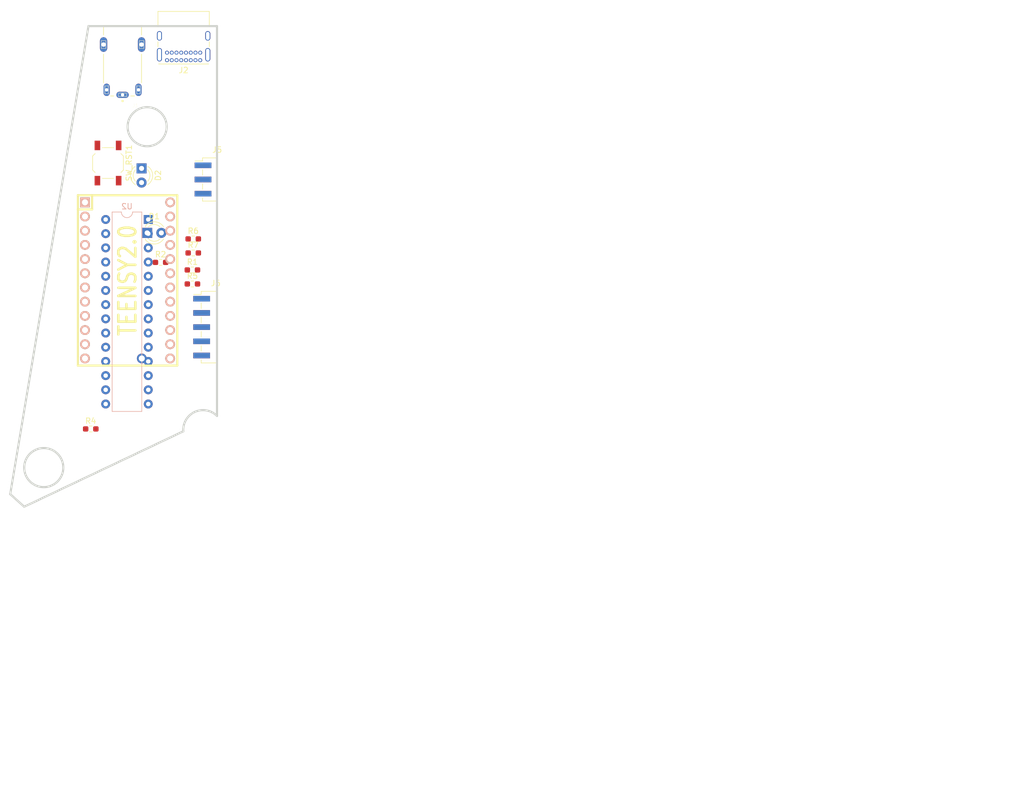
<source format=kicad_pcb>
(kicad_pcb (version 20171130) (host pcbnew 5.1.9)

  (general
    (thickness 1.6002)
    (drawings 32)
    (tracks 0)
    (zones 0)
    (modules 15)
    (nets 29)
  )

  (page A4)
  (layers
    (0 Front signal)
    (31 Back signal)
    (32 B.Adhes user)
    (33 F.Adhes user)
    (34 B.Paste user)
    (35 F.Paste user)
    (36 B.SilkS user)
    (37 F.SilkS user)
    (38 B.Mask user)
    (39 F.Mask user)
    (40 Dwgs.User user)
    (41 Cmts.User user)
    (42 Eco1.User user)
    (43 Eco2.User user)
    (44 Edge.Cuts user)
    (45 Margin user)
    (46 B.CrtYd user)
    (47 F.CrtYd user)
    (48 B.Fab user)
    (49 F.Fab user)
  )

  (setup
    (last_trace_width 0.6)
    (user_trace_width 0.03302)
    (user_trace_width 0.1524)
    (user_trace_width 0.2032)
    (user_trace_width 0.254)
    (user_trace_width 0.3048)
    (user_trace_width 0.4064)
    (user_trace_width 0.508)
    (user_trace_width 0.6096)
    (trace_clearance 0.3048)
    (zone_clearance 0.508)
    (zone_45_only yes)
    (trace_min 0.0254)
    (via_size 0.6096)
    (via_drill 0.508)
    (via_min_size 0.4064)
    (via_min_drill 0.2032)
    (user_via 0.6096 0.3048)
    (user_via 0.8128 0.508)
    (user_via 1.27 0.762)
    (user_via 1.651 0.9906)
    (uvia_size 0.508)
    (uvia_drill 0.127)
    (uvias_allowed no)
    (uvia_min_size 0.508)
    (uvia_min_drill 0.127)
    (edge_width 0.381)
    (segment_width 0.3048)
    (pcb_text_width 0.3048)
    (pcb_text_size 1.524 2.032)
    (mod_edge_width 0.6096)
    (mod_text_size 1.524 1.524)
    (mod_text_width 0.3048)
    (pad_size 0.8 0.8)
    (pad_drill 0.5)
    (pad_to_mask_clearance 0.2032)
    (aux_axis_origin 0 0)
    (grid_origin 151 43.75)
    (visible_elements 7FFFFF7F)
    (pcbplotparams
      (layerselection 0x01fff_ffffffff)
      (usegerberextensions true)
      (usegerberattributes true)
      (usegerberadvancedattributes true)
      (creategerberjobfile true)
      (excludeedgelayer true)
      (linewidth 0.150000)
      (plotframeref false)
      (viasonmask false)
      (mode 1)
      (useauxorigin false)
      (hpglpennumber 1)
      (hpglpenspeed 20)
      (hpglpendiameter 100.000000)
      (psnegative false)
      (psa4output false)
      (plotreference true)
      (plotvalue true)
      (plotinvisibletext false)
      (padsonsilk false)
      (subtractmaskfromsilk false)
      (outputformat 1)
      (mirror false)
      (drillshape 0)
      (scaleselection 1)
      (outputdirectory "gerber/"))
  )

  (net 0 "")
  (net 1 /LED_A)
  (net 2 /LED_B)
  (net 3 /ROW0)
  (net 4 /ROW1)
  (net 5 /ROW2)
  (net 6 /ROW3)
  (net 7 /ROW4)
  (net 8 /ROW5)
  (net 9 GND)
  (net 10 VCC)
  (net 11 /RST)
  (net 12 "Net-(D1-Pad2)")
  (net 13 "Net-(D2-Pad2)")
  (net 14 "Net-(J2-PadA6)")
  (net 15 VBUS)
  (net 16 "Net-(J2-PadB5)")
  (net 17 "Net-(J2-PadA7)")
  (net 18 "Net-(J2-PadA5)")
  (net 19 /SCL)
  (net 20 /SDA)
  (net 21 /LED_GPIO)
  (net 22 /COL0_13)
  (net 23 /COL1_12)
  (net 24 /COL2_11)
  (net 25 /COL3_10)
  (net 26 /COL4_9)
  (net 27 /COL5_8)
  (net 28 /COL6_7)

  (net_class Default "This is the default net class."
    (clearance 0.3048)
    (trace_width 0.6)
    (via_dia 0.6096)
    (via_drill 0.508)
    (uvia_dia 0.508)
    (uvia_drill 0.127)
    (add_net /COL0_13)
    (add_net /COL10)
    (add_net /COL11)
    (add_net /COL12)
    (add_net /COL13)
    (add_net /COL1_12)
    (add_net /COL2_11)
    (add_net /COL3_10)
    (add_net /COL4_9)
    (add_net /COL5_8)
    (add_net /COL6_7)
    (add_net /COL7)
    (add_net /COL8)
    (add_net /COL9)
    (add_net /LED_A)
    (add_net /LED_B)
    (add_net /LED_GPIO)
    (add_net /ROW0)
    (add_net /ROW1)
    (add_net /ROW2)
    (add_net /ROW3)
    (add_net /ROW4)
    (add_net /ROW5)
    (add_net /RST)
    (add_net /SCL)
    (add_net /SDA)
    (add_net GND)
    (add_net "Net-(D1-Pad2)")
    (add_net "Net-(D2-Pad2)")
    (add_net "Net-(J2-PadA5)")
    (add_net "Net-(J2-PadA6)")
    (add_net "Net-(J2-PadA7)")
    (add_net "Net-(J2-PadA8)")
    (add_net "Net-(J2-PadB5)")
    (add_net "Net-(J2-PadB8)")
    (add_net "Net-(U1-Pad12)")
    (add_net "Net-(U1-Pad19)")
    (add_net "Net-(U2-Pad11)")
    (add_net "Net-(U2-Pad14)")
    (add_net "Net-(U2-Pad15)")
    (add_net "Net-(U2-Pad16)")
    (add_net "Net-(U2-Pad17)")
    (add_net "Net-(U2-Pad18)")
    (add_net "Net-(U2-Pad19)")
    (add_net "Net-(U2-Pad20)")
    (add_net "Net-(U2-Pad27)")
    (add_net "Net-(U2-Pad28)")
    (add_net "Net-(U2-Pad9)")
    (add_net VBUS)
    (add_net VCC)
  )

  (module Package_DIP:DIP-28_W7.62mm (layer Back) (tedit 5A02E8C5) (tstamp 6081D48D)
    (at 138.7 78.35 180)
    (descr "28-lead though-hole mounted DIP package, row spacing 7.62 mm (300 mils)")
    (tags "THT DIP DIL PDIP 2.54mm 7.62mm 300mil")
    (path /60871D6B)
    (fp_text reference U2 (at 3.81 2.33) (layer B.SilkS)
      (effects (font (size 1 1) (thickness 0.15)) (justify mirror))
    )
    (fp_text value MCP23018 (at 3.81 -35.35) (layer B.Fab)
      (effects (font (size 1 1) (thickness 0.15)) (justify mirror))
    )
    (fp_text user %R (at 3.81 -16.51) (layer B.Fab)
      (effects (font (size 1 1) (thickness 0.15)) (justify mirror))
    )
    (fp_arc (start 3.81 1.33) (end 2.81 1.33) (angle 180) (layer B.SilkS) (width 0.12))
    (fp_line (start 1.635 1.27) (end 6.985 1.27) (layer B.Fab) (width 0.1))
    (fp_line (start 6.985 1.27) (end 6.985 -34.29) (layer B.Fab) (width 0.1))
    (fp_line (start 6.985 -34.29) (end 0.635 -34.29) (layer B.Fab) (width 0.1))
    (fp_line (start 0.635 -34.29) (end 0.635 0.27) (layer B.Fab) (width 0.1))
    (fp_line (start 0.635 0.27) (end 1.635 1.27) (layer B.Fab) (width 0.1))
    (fp_line (start 2.81 1.33) (end 1.16 1.33) (layer B.SilkS) (width 0.12))
    (fp_line (start 1.16 1.33) (end 1.16 -34.35) (layer B.SilkS) (width 0.12))
    (fp_line (start 1.16 -34.35) (end 6.46 -34.35) (layer B.SilkS) (width 0.12))
    (fp_line (start 6.46 -34.35) (end 6.46 1.33) (layer B.SilkS) (width 0.12))
    (fp_line (start 6.46 1.33) (end 4.81 1.33) (layer B.SilkS) (width 0.12))
    (fp_line (start -1.1 1.55) (end -1.1 -34.55) (layer B.CrtYd) (width 0.05))
    (fp_line (start -1.1 -34.55) (end 8.7 -34.55) (layer B.CrtYd) (width 0.05))
    (fp_line (start 8.7 -34.55) (end 8.7 1.55) (layer B.CrtYd) (width 0.05))
    (fp_line (start 8.7 1.55) (end -1.1 1.55) (layer B.CrtYd) (width 0.05))
    (pad 28 thru_hole oval (at 7.62 0 180) (size 1.6 1.6) (drill 0.8) (layers *.Cu *.Mask))
    (pad 14 thru_hole oval (at 0 -33.02 180) (size 1.6 1.6) (drill 0.8) (layers *.Cu *.Mask))
    (pad 27 thru_hole oval (at 7.62 -2.54 180) (size 1.6 1.6) (drill 0.8) (layers *.Cu *.Mask))
    (pad 13 thru_hole oval (at 0 -30.48 180) (size 1.6 1.6) (drill 0.8) (layers *.Cu *.Mask)
      (net 20 /SDA))
    (pad 26 thru_hole oval (at 7.62 -5.08 180) (size 1.6 1.6) (drill 0.8) (layers *.Cu *.Mask)
      (net 28 /COL6_7))
    (pad 12 thru_hole oval (at 0 -27.94 180) (size 1.6 1.6) (drill 0.8) (layers *.Cu *.Mask)
      (net 19 /SCL))
    (pad 25 thru_hole oval (at 7.62 -7.62 180) (size 1.6 1.6) (drill 0.8) (layers *.Cu *.Mask)
      (net 27 /COL5_8))
    (pad 11 thru_hole oval (at 0 -25.4 180) (size 1.6 1.6) (drill 0.8) (layers *.Cu *.Mask)
      (net 10 VCC))
    (pad 24 thru_hole oval (at 7.62 -10.16 180) (size 1.6 1.6) (drill 0.8) (layers *.Cu *.Mask)
      (net 26 /COL4_9))
    (pad 10 thru_hole oval (at 0 -22.86 180) (size 1.6 1.6) (drill 0.8) (layers *.Cu *.Mask)
      (net 1 /LED_A))
    (pad 23 thru_hole oval (at 7.62 -12.7 180) (size 1.6 1.6) (drill 0.8) (layers *.Cu *.Mask)
      (net 25 /COL3_10))
    (pad 9 thru_hole oval (at 0 -20.32 180) (size 1.6 1.6) (drill 0.8) (layers *.Cu *.Mask)
      (net 2 /LED_B))
    (pad 22 thru_hole oval (at 7.62 -15.24 180) (size 1.6 1.6) (drill 0.8) (layers *.Cu *.Mask)
      (net 24 /COL2_11))
    (pad 8 thru_hole oval (at 0 -17.78 180) (size 1.6 1.6) (drill 0.8) (layers *.Cu *.Mask)
      (net 3 /ROW0))
    (pad 21 thru_hole oval (at 7.62 -17.78 180) (size 1.6 1.6) (drill 0.8) (layers *.Cu *.Mask)
      (net 23 /COL1_12))
    (pad 7 thru_hole oval (at 0 -15.24 180) (size 1.6 1.6) (drill 0.8) (layers *.Cu *.Mask)
      (net 4 /ROW1))
    (pad 20 thru_hole oval (at 7.62 -20.32 180) (size 1.6 1.6) (drill 0.8) (layers *.Cu *.Mask)
      (net 22 /COL0_13))
    (pad 6 thru_hole oval (at 0 -12.7 180) (size 1.6 1.6) (drill 0.8) (layers *.Cu *.Mask)
      (net 5 /ROW2))
    (pad 19 thru_hole oval (at 7.62 -22.86 180) (size 1.6 1.6) (drill 0.8) (layers *.Cu *.Mask))
    (pad 5 thru_hole oval (at 0 -10.16 180) (size 1.6 1.6) (drill 0.8) (layers *.Cu *.Mask)
      (net 6 /ROW3))
    (pad 18 thru_hole oval (at 7.62 -25.4 180) (size 1.6 1.6) (drill 0.8) (layers *.Cu *.Mask))
    (pad 4 thru_hole oval (at 0 -7.62 180) (size 1.6 1.6) (drill 0.8) (layers *.Cu *.Mask)
      (net 7 /ROW4))
    (pad 17 thru_hole oval (at 7.62 -27.94 180) (size 1.6 1.6) (drill 0.8) (layers *.Cu *.Mask))
    (pad 3 thru_hole oval (at 0 -5.08 180) (size 1.6 1.6) (drill 0.8) (layers *.Cu *.Mask)
      (net 8 /ROW5))
    (pad 16 thru_hole oval (at 7.62 -30.48 180) (size 1.6 1.6) (drill 0.8) (layers *.Cu *.Mask)
      (net 10 VCC))
    (pad 2 thru_hole oval (at 0 -2.54 180) (size 1.6 1.6) (drill 0.8) (layers *.Cu *.Mask))
    (pad 15 thru_hole oval (at 7.62 -33.02 180) (size 1.6 1.6) (drill 0.8) (layers *.Cu *.Mask)
      (net 9 GND))
    (pad 1 thru_hole rect (at 0 0 180) (size 1.6 1.6) (drill 0.8) (layers *.Cu *.Mask)
      (net 9 GND))
    (model ${KICAD6_3DMODEL_DIR}/Package_DIP.3dshapes/DIP-28_W7.62mm.wrl
      (at (xyz 0 0 0))
      (scale (xyz 1 1 1))
      (rotate (xyz 0 0 0))
    )
  )

  (module ergodox:CLIFF_FC68125 (layer Front) (tedit 6081A0CA) (tstamp 6081A9BC)
    (at 134.1 52.65 180)
    (path /6083AAD6)
    (fp_text reference J1 (at -2.270558 -5.312389) (layer F.SilkS)
      (effects (font (size 0.640722 0.640722) (thickness 0.015)))
    )
    (fp_text value AudioJack4 (at 1.484108 12.601253) (layer F.Fab)
      (effects (font (size 0.64039 0.64039) (thickness 0.015)))
    )
    (fp_line (start -3.4 9) (end -3.4 -3.6) (layer F.Fab) (width 0.127))
    (fp_line (start -3.4 -3.6) (end 3.4 -3.6) (layer F.Fab) (width 0.127))
    (fp_line (start 3.4 -3.6) (end 3.4 9) (layer F.Fab) (width 0.127))
    (fp_line (start 3.4 9) (end 3.1 9) (layer F.Fab) (width 0.127))
    (fp_line (start 3.1 9) (end -3.1 9) (layer F.Fab) (width 0.127))
    (fp_line (start -3.1 9) (end -3.4 9) (layer F.Fab) (width 0.127))
    (fp_line (start -3.1 9) (end -3.1 11.5) (layer F.Fab) (width 0.127))
    (fp_line (start -3.1 11.5) (end 3.1 11.5) (layer F.Fab) (width 0.127))
    (fp_line (start 3.1 11.5) (end 3.1 9) (layer F.Fab) (width 0.127))
    (fp_line (start -3.4 -1.25) (end -3.4 3.9) (layer F.SilkS) (width 0.127))
    (fp_line (start -3.4 7.3) (end -3.4 9) (layer F.SilkS) (width 0.127))
    (fp_line (start -3.4 9) (end 3.4 9) (layer F.SilkS) (width 0.127))
    (fp_line (start 3.4 9) (end 3.4 7.3) (layer F.SilkS) (width 0.127))
    (fp_line (start 3.4 -1.25) (end 3.4 3.9) (layer F.SilkS) (width 0.127))
    (fp_line (start -2.14 -3.6) (end -1.47 -3.6) (layer F.SilkS) (width 0.127))
    (fp_line (start 1.57 -3.6) (end 2.14 -3.6) (layer F.SilkS) (width 0.127))
    (fp_line (start -3.7 7.1) (end -4.3 7.1) (layer F.CrtYd) (width 0.05))
    (fp_line (start -4.3 7.1) (end -4.3 -4.2) (layer F.CrtYd) (width 0.05))
    (fp_line (start -4.3 -4.2) (end 4.3 -4.2) (layer F.CrtYd) (width 0.05))
    (fp_line (start 4.3 -4.2) (end 4.3 7.1) (layer F.CrtYd) (width 0.05))
    (fp_line (start 4.3 7.1) (end 3.7 7.1) (layer F.CrtYd) (width 0.05))
    (fp_line (start 3.7 7.1) (end 3.7 11.8) (layer F.CrtYd) (width 0.05))
    (fp_line (start 3.7 11.8) (end -3.7 11.8) (layer F.CrtYd) (width 0.05))
    (fp_line (start -3.7 11.8) (end -3.7 7.1) (layer F.CrtYd) (width 0.05))
    (fp_circle (center 0 -4.5) (end 0.1 -4.5) (layer F.SilkS) (width 0.2))
    (fp_circle (center 0 -4.5) (end 0.1 -4.5) (layer F.Fab) (width 0.2))
    (fp_line (start 3 5.6) (end 3 4.9) (layer Edge.Cuts) (width 0.1))
    (fp_line (start 3 4.9) (end 3.8 4.9) (layer Edge.Cuts) (width 0.1))
    (fp_line (start 3.8 4.9) (end 3.8 6.3) (layer Edge.Cuts) (width 0.1))
    (fp_line (start 3.8 6.3) (end 3 6.3) (layer Edge.Cuts) (width 0.1))
    (fp_line (start 3 6.3) (end 3 5.6) (layer Edge.Cuts) (width 0.1))
    (fp_line (start -3.15 -2.5) (end -3.15 -3.2) (layer Edge.Cuts) (width 0.1))
    (fp_line (start -3.15 -3.2) (end -2.55 -3.2) (layer Edge.Cuts) (width 0.1))
    (fp_line (start -2.55 -3.2) (end -2.55 -1.8) (layer Edge.Cuts) (width 0.1))
    (fp_line (start -2.55 -1.8) (end -3.15 -1.8) (layer Edge.Cuts) (width 0.1))
    (fp_line (start -3.15 -1.8) (end -3.15 -2.5) (layer Edge.Cuts) (width 0.1))
    (fp_line (start 2.55 -2.5) (end 2.55 -3.2) (layer Edge.Cuts) (width 0.1))
    (fp_line (start 2.55 -3.2) (end 3.15 -3.2) (layer Edge.Cuts) (width 0.1))
    (fp_line (start 3.15 -3.2) (end 3.15 -1.8) (layer Edge.Cuts) (width 0.1))
    (fp_line (start 3.15 -1.8) (end 2.55 -1.8) (layer Edge.Cuts) (width 0.1))
    (fp_line (start 2.55 -1.8) (end 2.55 -2.5) (layer Edge.Cuts) (width 0.1))
    (fp_line (start 0 -3.1) (end -0.7 -3.1) (layer Edge.Cuts) (width 0.1))
    (fp_line (start -0.7 -3.1) (end -0.7 -3.7) (layer Edge.Cuts) (width 0.1))
    (fp_line (start -0.7 -3.7) (end 0.7 -3.7) (layer Edge.Cuts) (width 0.1))
    (fp_line (start 0.7 -3.7) (end 0.7 -3.1) (layer Edge.Cuts) (width 0.1))
    (fp_line (start 0.7 -3.1) (end 0 -3.1) (layer Edge.Cuts) (width 0.1))
    (fp_line (start -3.8 5.6) (end -3.8 4.9) (layer Edge.Cuts) (width 0.1))
    (fp_line (start -3.8 4.9) (end -3 4.9) (layer Edge.Cuts) (width 0.1))
    (fp_line (start -3 4.9) (end -3 6.3) (layer Edge.Cuts) (width 0.1))
    (fp_line (start -3 6.3) (end -3.8 6.3) (layer Edge.Cuts) (width 0.1))
    (fp_line (start -3.8 6.3) (end -3.8 5.6) (layer Edge.Cuts) (width 0.1))
    (pad R2 thru_hole oval (at 2.85 -2.5 180) (size 1.108 2.216) (drill 0.6) (layers *.Cu *.Mask)
      (net 10 VCC))
    (pad S thru_hole oval (at 0 -3.4 180) (size 2.216 1.108) (drill 0.6) (layers *.Cu *.Mask)
      (net 9 GND))
    (pad R1 thru_hole oval (at -2.85 -2.5 180) (size 1.108 2.216) (drill 0.6) (layers *.Cu *.Mask)
      (net 19 /SCL))
    (pad T thru_hole oval (at 3.4 5.6 180) (size 1.308 2.616) (drill 0.8) (layers *.Cu *.Mask)
      (net 20 /SDA))
    (pad None np_thru_hole circle (at 0 7 180) (size 1.1 1.1) (drill 1.1) (layers *.Cu *.Mask))
    (pad None np_thru_hole circle (at 0 0 180) (size 1.1 1.1) (drill 1.1) (layers *.Cu *.Mask))
    (pad T thru_hole oval (at -3.4 5.6 180) (size 1.308 2.616) (drill 0.8) (layers *.Cu *.Mask)
      (net 20 /SDA))
  )

  (module ergodox:ErgoCogs_sidecon_brain_bot locked (layer Front) (tedit 605A29C7) (tstamp 6058282B)
    (at 148.25 92.5)
    (path /605B04EB)
    (attr smd)
    (fp_text reference J6 (at 2.525 -2.74) (layer F.SilkS)
      (effects (font (size 1 1) (thickness 0.15)))
    )
    (fp_text value Conn_01x10 (at 4.35 13.485) (layer F.Fab)
      (effects (font (size 1 1) (thickness 0.15)))
    )
    (fp_line (start -1.975 12.054) (end 2.525 12.054) (layer F.CrtYd) (width 0.05))
    (fp_line (start -1.975 -1.74) (end -1.975 12.054) (layer F.CrtYd) (width 0.05))
    (fp_line (start 2.525 -1.74) (end -1.975 -1.74) (layer F.CrtYd) (width 0.05))
    (fp_line (start -1.395 10.51) (end -0.015 10.51) (layer F.Fab) (width 0.1))
    (fp_line (start -1.395 9.87) (end -1.395 10.51) (layer F.Fab) (width 0.1))
    (fp_line (start -0.015 9.87) (end -1.395 9.87) (layer F.Fab) (width 0.1))
    (fp_line (start -1.395 7.97) (end -0.015 7.97) (layer F.Fab) (width 0.1))
    (fp_line (start -1.395 7.33) (end -1.395 7.97) (layer F.Fab) (width 0.1))
    (fp_line (start -0.015 7.33) (end -1.395 7.33) (layer F.Fab) (width 0.1))
    (fp_line (start -1.395 5.43) (end -0.015 5.43) (layer F.Fab) (width 0.1))
    (fp_line (start -1.395 4.79) (end -1.395 5.43) (layer F.Fab) (width 0.1))
    (fp_line (start -0.015 4.79) (end -1.395 4.79) (layer F.Fab) (width 0.1))
    (fp_line (start -1.395 2.89) (end -0.015 2.89) (layer F.Fab) (width 0.1))
    (fp_line (start -1.395 2.25) (end -1.395 2.89) (layer F.Fab) (width 0.1))
    (fp_line (start -0.015 2.25) (end -1.395 2.25) (layer F.Fab) (width 0.1))
    (fp_line (start -1.395 0.35) (end -0.015 0.35) (layer F.Fab) (width 0.1))
    (fp_line (start -1.395 -0.29) (end -1.395 0.35) (layer F.Fab) (width 0.1))
    (fp_line (start -0.015 -0.29) (end -1.395 -0.29) (layer F.Fab) (width 0.1))
    (fp_line (start -0.015 11.46) (end 2.525 11.46) (layer F.Fab) (width 0.1))
    (fp_line (start -0.015 -0.24) (end -0.015 11.46) (layer F.Fab) (width 0.1))
    (fp_line (start 0.985 -1.24) (end -0.015 -0.24) (layer F.Fab) (width 0.1))
    (fp_line (start 2.525 -1.24) (end 0.985 -1.24) (layer F.Fab) (width 0.1))
    (fp_line (start -0.075 -0.73) (end -1.435 -0.73) (layer F.SilkS) (width 0.12))
    (fp_line (start 2.525 11.51) (end -0.075 11.52) (layer F.SilkS) (width 0.12))
    (fp_line (start -0.075 10.95) (end -0.075 11.52) (layer F.SilkS) (width 0.12))
    (fp_line (start -0.075 8.41) (end -0.075 9.43) (layer F.SilkS) (width 0.12))
    (fp_line (start -0.075 5.87) (end -0.075 6.89) (layer F.SilkS) (width 0.12))
    (fp_line (start -0.075 3.33) (end -0.075 4.35) (layer F.SilkS) (width 0.12))
    (fp_line (start -0.075 0.79) (end -0.075 1.81) (layer F.SilkS) (width 0.12))
    (fp_line (start -0.075 -1.3) (end -0.075 -0.73) (layer F.SilkS) (width 0.12))
    (fp_line (start 2.525 -1.3) (end -0.075 -1.3) (layer F.SilkS) (width 0.12))
    (fp_line (start 2.525 -1.74) (end 2.525 12.054) (layer F.CrtYd) (width 0.05))
    (fp_line (start 5.525 11.5) (end 3.3 11.5) (layer F.Fab) (width 0.12))
    (fp_line (start 11.55 2.55) (end 11.55 2.7) (layer F.Fab) (width 0.12))
    (fp_line (start 11.325 -0.4) (end 5.525 -0.4) (layer F.Fab) (width 0.12))
    (fp_line (start 11.55 0.15) (end 11.325 0.375) (layer F.Fab) (width 0.12))
    (fp_line (start 11.55 10.225) (end 11.55 10.075) (layer F.Fab) (width 0.12))
    (fp_line (start 11.55 10.075) (end 11.325 9.85) (layer F.Fab) (width 0.12))
    (fp_line (start 11.55 -0.175) (end 11.325 -0.4) (layer F.Fab) (width 0.12))
    (fp_line (start 5.525 -0.4) (end 5.525 -1.275) (layer F.Fab) (width 0.12))
    (fp_line (start 11.55 2.375) (end 11.325 2.15) (layer F.Fab) (width 0.12))
    (fp_line (start 11.325 9.85) (end 5.525 9.85) (layer F.Fab) (width 0.12))
    (fp_line (start 11.55 -0.025) (end 11.55 -0.175) (layer F.Fab) (width 0.12))
    (fp_line (start 5.525 10.625) (end 5.525 11.5) (layer F.Fab) (width 0.12))
    (fp_line (start 11.325 2.925) (end 5.525 2.925) (layer F.Fab) (width 0.12))
    (fp_line (start 11.55 0) (end 11.55 0.15) (layer F.Fab) (width 0.12))
    (fp_line (start 11.325 0.375) (end 5.525 0.375) (layer F.Fab) (width 0.12))
    (fp_line (start 11.325 2.15) (end 5.525 2.15) (layer F.Fab) (width 0.12))
    (fp_line (start 11.55 2.7) (end 11.325 2.925) (layer F.Fab) (width 0.12))
    (fp_line (start 5.525 -1.275) (end 3.3 -1.275) (layer F.Fab) (width 0.12))
    (fp_line (start 11.325 10.625) (end 5.525 10.625) (layer F.Fab) (width 0.12))
    (fp_line (start 11.55 10.4) (end 11.325 10.625) (layer F.Fab) (width 0.12))
    (fp_line (start 5.525 2.15) (end 5.525 0.375) (layer F.Fab) (width 0.12))
    (fp_line (start 11.55 10.25) (end 11.55 10.4) (layer F.Fab) (width 0.12))
    (fp_line (start 11.55 2.525) (end 11.55 2.375) (layer F.Fab) (width 0.12))
    (fp_line (start 5.525 9.85) (end 5.525 8.125) (layer F.Fab) (width 0.12))
    (fp_line (start 11.55 4.925) (end 11.325 4.7) (layer F.Fab) (width 0.12))
    (fp_line (start 11.55 5.1) (end 11.55 5.25) (layer F.Fab) (width 0.12))
    (fp_line (start 11.325 4.7) (end 5.525 4.7) (layer F.Fab) (width 0.12))
    (fp_line (start 5.525 4.7) (end 5.525 2.925) (layer F.Fab) (width 0.12))
    (fp_line (start 11.55 5.25) (end 11.325 5.475) (layer F.Fab) (width 0.12))
    (fp_line (start 11.55 5.075) (end 11.55 4.925) (layer F.Fab) (width 0.12))
    (fp_line (start 11.325 5.475) (end 5.525 5.475) (layer F.Fab) (width 0.12))
    (fp_line (start 11.55 7.475) (end 11.325 7.25) (layer F.Fab) (width 0.12))
    (fp_line (start 11.55 7.65) (end 11.55 7.8) (layer F.Fab) (width 0.12))
    (fp_line (start 11.325 7.25) (end 5.525 7.25) (layer F.Fab) (width 0.12))
    (fp_line (start 5.525 7.25) (end 5.525 5.475) (layer F.Fab) (width 0.12))
    (fp_line (start 11.55 7.8) (end 11.325 8.025) (layer F.Fab) (width 0.12))
    (fp_line (start 11.55 7.625) (end 11.55 7.475) (layer F.Fab) (width 0.12))
    (fp_line (start 11.325 8.025) (end 5.525 8.025) (layer F.Fab) (width 0.12))
    (fp_text user %R (at 2.525 7.904 90) (layer F.Fab)
      (effects (font (size 1 1) (thickness 0.15)))
    )
    (pad 10 smd rect (at 0.005 10.19 180) (size 3 1) (layers Back B.Paste B.Mask)
      (net 22 /COL0_13))
    (pad 9 smd rect (at 0.005 10.19) (size 3 1) (layers Front F.Paste F.Mask)
      (net 23 /COL1_12))
    (pad 8 smd rect (at 0.005 7.65 180) (size 3 1) (layers Back B.Paste B.Mask)
      (net 24 /COL2_11))
    (pad 7 smd rect (at 0.005 7.65) (size 3 1) (layers Front F.Paste F.Mask)
      (net 25 /COL3_10))
    (pad 6 smd rect (at 0.005 5.11 180) (size 3 1) (layers Back B.Paste B.Mask)
      (net 26 /COL4_9))
    (pad 5 smd rect (at 0.005 5.11) (size 3 1) (layers Front F.Paste F.Mask)
      (net 27 /COL5_8))
    (pad 4 smd rect (at 0.005 2.57 180) (size 3 1) (layers Back B.Paste B.Mask)
      (net 28 /COL6_7))
    (pad 3 smd rect (at 0.005 2.57) (size 3 1) (layers Front F.Paste F.Mask)
      (net 9 GND))
    (pad 2 smd rect (at 0.005 0.03 180) (size 3 1) (layers Back B.Paste B.Mask)
      (net 21 /LED_GPIO))
    (pad 1 smd rect (at 0.005 0.03) (size 3 1) (layers Front F.Paste F.Mask)
      (net 10 VCC))
    (model ${KISYS3DMOD}/Connector_PinHeader_2.54mm.3dshapes/PinHeader_2x05_P2.54mm_Vertical.step
      (offset (xyz 3 0 0.5))
      (scale (xyz 1 1 1))
      (rotate (xyz 0 -90 0))
    )
  )

  (module ergodox:ErgoCogs_sidecon_brain_top locked (layer Front) (tedit 605A2898) (tstamp 605827F7)
    (at 148.495 68.65)
    (path /605AF561)
    (attr smd)
    (fp_text reference J5 (at 2.525 -2.765) (layer F.SilkS)
      (effects (font (size 1 1) (thickness 0.15)))
    )
    (fp_text value Conn_01x06 (at -3.175 9.985) (layer F.Fab)
      (effects (font (size 1 1) (thickness 0.15)))
    )
    (fp_line (start 5.525 5.425) (end 5.525 6.3) (layer F.Fab) (width 0.12))
    (fp_line (start 5.525 6.3) (end 3.3 6.3) (layer F.Fab) (width 0.12))
    (fp_line (start -1.975 6.949) (end 2.525 6.949) (layer F.CrtYd) (width 0.05))
    (fp_line (start -1.975 -1.765) (end -1.975 6.949) (layer F.CrtYd) (width 0.05))
    (fp_line (start 2.525 -1.765) (end -1.975 -1.765) (layer F.CrtYd) (width 0.05))
    (fp_line (start -1.395 5.405) (end -0.015 5.405) (layer F.Fab) (width 0.1))
    (fp_line (start -1.395 4.765) (end -1.395 5.405) (layer F.Fab) (width 0.1))
    (fp_line (start -0.015 4.765) (end -1.395 4.765) (layer F.Fab) (width 0.1))
    (fp_line (start -1.395 2.865) (end -0.015 2.865) (layer F.Fab) (width 0.1))
    (fp_line (start -1.395 2.225) (end -1.395 2.865) (layer F.Fab) (width 0.1))
    (fp_line (start -0.015 2.225) (end -1.395 2.225) (layer F.Fab) (width 0.1))
    (fp_line (start -1.395 0.325) (end -0.015 0.325) (layer F.Fab) (width 0.1))
    (fp_line (start -1.395 -0.315) (end -1.395 0.325) (layer F.Fab) (width 0.1))
    (fp_line (start -0.015 -0.315) (end -1.395 -0.315) (layer F.Fab) (width 0.1))
    (fp_line (start -0.015 6.355) (end 2.525 6.355) (layer F.Fab) (width 0.1))
    (fp_line (start -0.015 -0.265) (end -0.015 6.355) (layer F.Fab) (width 0.1))
    (fp_line (start 0.985 -1.265) (end -0.015 -0.265) (layer F.Fab) (width 0.1))
    (fp_line (start 2.525 -1.265) (end 0.985 -1.265) (layer F.Fab) (width 0.1))
    (fp_line (start -0.075 -0.755) (end -1.435 -0.755) (layer F.SilkS) (width 0.12))
    (fp_line (start 2.525 6.405) (end -0.075 6.415) (layer F.SilkS) (width 0.12))
    (fp_line (start -0.075 5.845) (end -0.075 6.415) (layer F.SilkS) (width 0.12))
    (fp_line (start -0.075 3.305) (end -0.075 4.325) (layer F.SilkS) (width 0.12))
    (fp_line (start -0.075 0.765) (end -0.075 1.785) (layer F.SilkS) (width 0.12))
    (fp_line (start -0.075 -1.325) (end -0.075 -0.755) (layer F.SilkS) (width 0.12))
    (fp_line (start 2.525 -1.325) (end -0.075 -1.325) (layer F.SilkS) (width 0.12))
    (fp_line (start 2.525 -1.765) (end 2.525 6.949) (layer F.CrtYd) (width 0.05))
    (fp_line (start 11.55 0) (end 11.55 0.15) (layer F.Fab) (width 0.12))
    (fp_line (start 11.55 0.15) (end 11.325 0.375) (layer F.Fab) (width 0.12))
    (fp_line (start 11.325 0.375) (end 5.525 0.375) (layer F.Fab) (width 0.12))
    (fp_line (start 11.325 -0.4) (end 5.525 -0.4) (layer F.Fab) (width 0.12))
    (fp_line (start 5.525 -0.4) (end 5.525 -1.275) (layer F.Fab) (width 0.12))
    (fp_line (start 11.55 -0.025) (end 11.55 -0.175) (layer F.Fab) (width 0.12))
    (fp_line (start 11.55 -0.175) (end 11.325 -0.4) (layer F.Fab) (width 0.12))
    (fp_line (start 11.55 2.55) (end 11.55 2.7) (layer F.Fab) (width 0.12))
    (fp_line (start 11.55 2.525) (end 11.55 2.375) (layer F.Fab) (width 0.12))
    (fp_line (start 11.325 2.925) (end 5.525 2.925) (layer F.Fab) (width 0.12))
    (fp_line (start 11.325 2.15) (end 5.525 2.15) (layer F.Fab) (width 0.12))
    (fp_line (start 5.525 2.15) (end 5.525 0.375) (layer F.Fab) (width 0.12))
    (fp_line (start 11.55 2.375) (end 11.325 2.15) (layer F.Fab) (width 0.12))
    (fp_line (start 11.55 2.7) (end 11.325 2.925) (layer F.Fab) (width 0.12))
    (fp_line (start 11.55 5.05) (end 11.55 5.2) (layer F.Fab) (width 0.12))
    (fp_line (start 11.55 5.025) (end 11.55 4.875) (layer F.Fab) (width 0.12))
    (fp_line (start 11.325 5.425) (end 5.525 5.425) (layer F.Fab) (width 0.12))
    (fp_line (start 11.325 4.65) (end 5.525 4.65) (layer F.Fab) (width 0.12))
    (fp_line (start 5.525 4.65) (end 5.525 2.925) (layer F.Fab) (width 0.12))
    (fp_line (start 11.55 4.875) (end 11.325 4.65) (layer F.Fab) (width 0.12))
    (fp_line (start 11.55 5.2) (end 11.325 5.425) (layer F.Fab) (width 0.12))
    (fp_line (start 5.525 -1.275) (end 3.3 -1.275) (layer F.Fab) (width 0.12))
    (fp_text user %R (at 2.261 8.103 180) (layer F.Fab)
      (effects (font (size 1 1) (thickness 0.15)))
    )
    (pad 6 smd rect (at 0.005 5.085 180) (size 3 1) (layers Back B.Paste B.Mask)
      (net 8 /ROW5))
    (pad 5 smd rect (at 0.005 5.085) (size 3 1) (layers Front F.Paste F.Mask)
      (net 7 /ROW4))
    (pad 4 smd rect (at 0.005 2.545 180) (size 3 1) (layers Back B.Paste B.Mask)
      (net 6 /ROW3))
    (pad 3 smd rect (at 0.005 2.545) (size 3 1) (layers Front F.Paste F.Mask)
      (net 5 /ROW2))
    (pad 2 smd rect (at 0.005 0.005 180) (size 3 1) (layers Back B.Paste B.Mask)
      (net 4 /ROW1))
    (pad 1 smd rect (at 0.005 0.005) (size 3 1) (layers Front F.Paste F.Mask)
      (net 3 /ROW0))
    (model ${KISYS3DMOD}/Connector_PinHeader_2.54mm.3dshapes/PinHeader_2x03_P2.54mm_Vertical.step
      (offset (xyz 3 0 0.5))
      (scale (xyz 1 1 1))
      (rotate (xyz 0 -90 0))
    )
    (model "/home/critbit/Projects/hardware/kicad/ErgoDox/ErgoDOX pcb/matrixcogs/protoMxCog/protoMxCog.step"
      (offset (xyz -59.5 74 -1.5))
      (scale (xyz 1 1 1))
      (rotate (xyz 0 0 0))
    )
  )

  (module ergodox:TEENSY_2.0_WITH_RESET (layer Front) (tedit 586E7154) (tstamp 50006A41)
    (at 135 89.25 270)
    (path /4FDC2FE7)
    (fp_text reference U1 (at 0 0 90) (layer F.SilkS) hide
      (effects (font (size 3.048 2.54) (thickness 0.4572)))
    )
    (fp_text value TEENSY2.0 (at 0 0 90) (layer F.SilkS)
      (effects (font (size 3.048 2.54) (thickness 0.4572)))
    )
    (fp_line (start -12.7 6.35) (end -12.7 8.89) (layer F.SilkS) (width 0.381))
    (fp_line (start -15.24 6.35) (end -12.7 6.35) (layer F.SilkS) (width 0.381))
    (fp_line (start 15.24 -8.89) (end -15.24 -8.89) (layer F.SilkS) (width 0.381))
    (fp_line (start 15.24 8.89) (end 15.24 -8.89) (layer F.SilkS) (width 0.381))
    (fp_line (start -15.24 8.89) (end 15.24 8.89) (layer F.SilkS) (width 0.381))
    (fp_line (start -15.24 -8.89) (end -15.24 8.89) (layer F.SilkS) (width 0.381))
    (fp_line (start 15.24 -8.89) (end -15.24 -8.89) (layer Cmts.User) (width 0.381))
    (fp_line (start 15.24 8.89) (end 15.24 -8.89) (layer Cmts.User) (width 0.381))
    (fp_line (start -15.24 8.89) (end 15.24 8.89) (layer Cmts.User) (width 0.381))
    (fp_line (start -15.24 -8.89) (end -15.24 8.89) (layer Cmts.User) (width 0.381))
    (fp_line (start 0 0) (end 0 0) (layer Dwgs.User) (width 0.0254))
    (fp_line (start 15.24 -8.89) (end -15.24 -8.89) (layer Dwgs.User) (width 0.381))
    (fp_line (start 15.24 8.89) (end 15.24 -8.89) (layer Dwgs.User) (width 0.381))
    (fp_line (start -15.24 8.89) (end 15.24 8.89) (layer Dwgs.User) (width 0.381))
    (fp_line (start -15.24 -8.89) (end -15.24 8.89) (layer Dwgs.User) (width 0.381))
    (pad 16 thru_hole circle (at 13.97 -2.54 270) (size 1.7526 1.7526) (drill 1.08966) (layers *.Cu *.Mask)
      (net 11 /RST))
    (pad 1 thru_hole rect (at -13.97 7.62 270) (size 1.7526 1.7526) (drill 1.0922) (layers *.Cu *.SilkS *.Mask)
      (net 9 GND))
    (pad 2 thru_hole circle (at -11.43 7.62 270) (size 1.7526 1.7526) (drill 1.0922) (layers *.Cu *.SilkS *.Mask))
    (pad 3 thru_hole circle (at -8.89 7.62 270) (size 1.7526 1.7526) (drill 1.0922) (layers *.Cu *.SilkS *.Mask))
    (pad 4 thru_hole circle (at -6.35 7.62 270) (size 1.7526 1.7526) (drill 1.0922) (layers *.Cu *.SilkS *.Mask))
    (pad 5 thru_hole circle (at -3.81 7.62 270) (size 1.7526 1.7526) (drill 1.0922) (layers *.Cu *.SilkS *.Mask))
    (pad 6 thru_hole circle (at -1.27 7.62 270) (size 1.7526 1.7526) (drill 1.0922) (layers *.Cu *.SilkS *.Mask)
      (net 21 /LED_GPIO))
    (pad 7 thru_hole circle (at 1.27 7.62 270) (size 1.7526 1.7526) (drill 1.0922) (layers *.Cu *.SilkS *.Mask)
      (net 19 /SCL))
    (pad 8 thru_hole circle (at 3.81 7.62 270) (size 1.7526 1.7526) (drill 1.0922) (layers *.Cu *.SilkS *.Mask)
      (net 20 /SDA))
    (pad 9 thru_hole circle (at 6.35 7.62 270) (size 1.7526 1.7526) (drill 1.0922) (layers *.Cu *.SilkS *.Mask))
    (pad 10 thru_hole circle (at 8.89 7.62 270) (size 1.7526 1.7526) (drill 1.0922) (layers *.Cu *.SilkS *.Mask))
    (pad 11 thru_hole circle (at 11.43 7.62 270) (size 1.7526 1.7526) (drill 1.0922) (layers *.Cu *.SilkS *.Mask))
    (pad 12 thru_hole circle (at 13.97 7.62 270) (size 1.7526 1.7526) (drill 1.0922) (layers *.Cu *.SilkS *.Mask))
    (pad 18 thru_hole circle (at 13.97 -7.62 270) (size 1.7526 1.7526) (drill 1.08966) (layers *.Cu *.SilkS *.Mask)
      (net 9 GND) (zone_connect 0))
    (pad 19 thru_hole circle (at 11.43 -7.62 270) (size 1.7526 1.7526) (drill 1.0922) (layers *.Cu *.SilkS *.Mask))
    (pad 20 thru_hole circle (at 8.89 -7.62 270) (size 1.7526 1.7526) (drill 1.0922) (layers *.Cu *.SilkS *.Mask)
      (net 10 VCC))
    (pad 21 thru_hole circle (at 6.35 -7.62 270) (size 1.7526 1.7526) (drill 1.0922) (layers *.Cu *.SilkS *.Mask)
      (net 1 /LED_A))
    (pad 22 thru_hole circle (at 3.81 -7.62 270) (size 1.7526 1.7526) (drill 1.0922) (layers *.Cu *.SilkS *.Mask)
      (net 2 /LED_B))
    (pad 23 thru_hole circle (at 1.27 -7.62 270) (size 1.7526 1.7526) (drill 1.0922) (layers *.Cu *.SilkS *.Mask)
      (net 3 /ROW0))
    (pad 24 thru_hole circle (at -1.27 -7.62 270) (size 1.7526 1.7526) (drill 1.0922) (layers *.Cu *.SilkS *.Mask)
      (net 4 /ROW1))
    (pad 27 thru_hole circle (at -8.89 -7.62 270) (size 1.7526 1.7526) (drill 1.0922) (layers *.Cu *.SilkS *.Mask)
      (net 7 /ROW4))
    (pad 28 thru_hole circle (at -11.43 -7.62 270) (size 1.7526 1.7526) (drill 1.0922) (layers *.Cu *.SilkS *.Mask)
      (net 8 /ROW5))
    (pad 29 thru_hole circle (at -13.97 -7.62 270) (size 1.7526 1.7526) (drill 1.0922) (layers *.Cu *.SilkS *.Mask)
      (net 10 VCC))
    (pad 25 thru_hole circle (at -3.81 -7.62 270) (size 1.7526 1.7526) (drill 1.0922) (layers *.Cu *.SilkS *.Mask)
      (net 5 /ROW2))
    (pad 26 thru_hole circle (at -6.35 -7.62 270) (size 1.7526 1.7526) (drill 1.0922) (layers *.Cu *.SilkS *.Mask)
      (net 6 /ROW3))
  )

  (module Button_Switch_SMD:SW_SPST_TL3342 (layer Front) (tedit 5A02FC95) (tstamp 586C803A)
    (at 131.5 68.25 270)
    (descr "Low-profile SMD Tactile Switch, https://www.e-switch.com/system/asset/product_line/data_sheet/165/TL3342.pdf")
    (tags "SPST Tactile Switch")
    (path /586C9F53)
    (attr smd)
    (fp_text reference SW_RST1 (at 0 -3.75 90) (layer F.SilkS)
      (effects (font (size 1 1) (thickness 0.15)))
    )
    (fp_text value SWITCH_PUSH (at 0 3.75 90) (layer F.Fab)
      (effects (font (size 1 1) (thickness 0.15)))
    )
    (fp_circle (center 0 0) (end 1 0) (layer F.Fab) (width 0.1))
    (fp_line (start -4.25 3) (end -4.25 -3) (layer F.CrtYd) (width 0.05))
    (fp_line (start 4.25 3) (end -4.25 3) (layer F.CrtYd) (width 0.05))
    (fp_line (start 4.25 -3) (end 4.25 3) (layer F.CrtYd) (width 0.05))
    (fp_line (start -4.25 -3) (end 4.25 -3) (layer F.CrtYd) (width 0.05))
    (fp_line (start -1.2 -2.6) (end -2.6 -1.2) (layer F.Fab) (width 0.1))
    (fp_line (start 1.2 -2.6) (end -1.2 -2.6) (layer F.Fab) (width 0.1))
    (fp_line (start 2.6 -1.2) (end 1.2 -2.6) (layer F.Fab) (width 0.1))
    (fp_line (start 2.6 1.2) (end 2.6 -1.2) (layer F.Fab) (width 0.1))
    (fp_line (start 1.2 2.6) (end 2.6 1.2) (layer F.Fab) (width 0.1))
    (fp_line (start -1.2 2.6) (end 1.2 2.6) (layer F.Fab) (width 0.1))
    (fp_line (start -2.6 1.2) (end -1.2 2.6) (layer F.Fab) (width 0.1))
    (fp_line (start -2.6 -1.2) (end -2.6 1.2) (layer F.Fab) (width 0.1))
    (fp_line (start -1.25 -2.75) (end 1.25 -2.75) (layer F.SilkS) (width 0.12))
    (fp_line (start -2.75 -1) (end -2.75 1) (layer F.SilkS) (width 0.12))
    (fp_line (start -1.25 2.75) (end 1.25 2.75) (layer F.SilkS) (width 0.12))
    (fp_line (start 2.75 -1) (end 2.75 1) (layer F.SilkS) (width 0.12))
    (fp_line (start -2 1) (end -2 -1) (layer F.Fab) (width 0.1))
    (fp_line (start -1 2) (end -2 1) (layer F.Fab) (width 0.1))
    (fp_line (start 1 2) (end -1 2) (layer F.Fab) (width 0.1))
    (fp_line (start 2 1) (end 1 2) (layer F.Fab) (width 0.1))
    (fp_line (start 2 -1) (end 2 1) (layer F.Fab) (width 0.1))
    (fp_line (start 1 -2) (end 2 -1) (layer F.Fab) (width 0.1))
    (fp_line (start -1 -2) (end 1 -2) (layer F.Fab) (width 0.1))
    (fp_line (start -2 -1) (end -1 -2) (layer F.Fab) (width 0.1))
    (fp_line (start -1.7 -2.3) (end -1.25 -2.75) (layer F.SilkS) (width 0.12))
    (fp_line (start 1.7 -2.3) (end 1.25 -2.75) (layer F.SilkS) (width 0.12))
    (fp_line (start 1.7 2.3) (end 1.25 2.75) (layer F.SilkS) (width 0.12))
    (fp_line (start -1.7 2.3) (end -1.25 2.75) (layer F.SilkS) (width 0.12))
    (fp_line (start 3.2 1.6) (end 2.2 1.6) (layer F.Fab) (width 0.1))
    (fp_line (start 2.7 2.1) (end 2.7 1.6) (layer F.Fab) (width 0.1))
    (fp_line (start 1.7 2.1) (end 3.2 2.1) (layer F.Fab) (width 0.1))
    (fp_line (start -1.7 2.1) (end -3.2 2.1) (layer F.Fab) (width 0.1))
    (fp_line (start -3.2 1.6) (end -2.2 1.6) (layer F.Fab) (width 0.1))
    (fp_line (start -2.7 2.1) (end -2.7 1.6) (layer F.Fab) (width 0.1))
    (fp_line (start -3.2 -1.6) (end -2.2 -1.6) (layer F.Fab) (width 0.1))
    (fp_line (start -1.7 -2.1) (end -3.2 -2.1) (layer F.Fab) (width 0.1))
    (fp_line (start -2.7 -2.1) (end -2.7 -1.6) (layer F.Fab) (width 0.1))
    (fp_line (start 3.2 -1.6) (end 2.2 -1.6) (layer F.Fab) (width 0.1))
    (fp_line (start 1.7 -2.1) (end 3.2 -2.1) (layer F.Fab) (width 0.1))
    (fp_line (start 2.7 -2.1) (end 2.7 -1.6) (layer F.Fab) (width 0.1))
    (fp_line (start -3.2 -2.1) (end -3.2 -1.6) (layer F.Fab) (width 0.1))
    (fp_line (start -3.2 2.1) (end -3.2 1.6) (layer F.Fab) (width 0.1))
    (fp_line (start 3.2 -2.1) (end 3.2 -1.6) (layer F.Fab) (width 0.1))
    (fp_line (start 3.2 2.1) (end 3.2 1.6) (layer F.Fab) (width 0.1))
    (fp_text user %R (at 0 -3.75 90) (layer F.Fab)
      (effects (font (size 1 1) (thickness 0.15)))
    )
    (pad 2 smd rect (at 3.15 1.9 270) (size 1.7 1) (layers Front F.Paste F.Mask)
      (net 9 GND))
    (pad 2 smd rect (at -3.15 1.9 270) (size 1.7 1) (layers Front F.Paste F.Mask)
      (net 9 GND))
    (pad 1 smd rect (at 3.15 -1.9 270) (size 1.7 1) (layers Front F.Paste F.Mask)
      (net 11 /RST))
    (pad 1 smd rect (at -3.15 -1.9 270) (size 1.7 1) (layers Front F.Paste F.Mask)
      (net 11 /RST))
    (model ${KICAD6_3DMODEL_DIR}/Button_Switch_SMD.3dshapes/SW_SPST_TL3342.wrl
      (at (xyz 0 0 0))
      (scale (xyz 1 1 1))
      (rotate (xyz 0 0 0))
    )
  )

  (module Resistor_SMD:R_0603_1608Metric_Pad0.98x0.95mm_HandSolder (layer Front) (tedit 5F68FEEE) (tstamp 605828A2)
    (at 146.75 84.34)
    (descr "Resistor SMD 0603 (1608 Metric), square (rectangular) end terminal, IPC_7351 nominal with elongated pad for handsoldering. (Body size source: IPC-SM-782 page 72, https://www.pcb-3d.com/wordpress/wp-content/uploads/ipc-sm-782a_amendment_1_and_2.pdf), generated with kicad-footprint-generator")
    (tags "resistor handsolder")
    (path /60705F0A)
    (attr smd)
    (fp_text reference R7 (at 0 -1.43) (layer F.SilkS)
      (effects (font (size 1 1) (thickness 0.15)))
    )
    (fp_text value 4k7 (at 0 1.43) (layer F.Fab)
      (effects (font (size 1 1) (thickness 0.15)))
    )
    (fp_line (start 1.65 0.73) (end -1.65 0.73) (layer F.CrtYd) (width 0.05))
    (fp_line (start 1.65 -0.73) (end 1.65 0.73) (layer F.CrtYd) (width 0.05))
    (fp_line (start -1.65 -0.73) (end 1.65 -0.73) (layer F.CrtYd) (width 0.05))
    (fp_line (start -1.65 0.73) (end -1.65 -0.73) (layer F.CrtYd) (width 0.05))
    (fp_line (start -0.254724 0.5225) (end 0.254724 0.5225) (layer F.SilkS) (width 0.12))
    (fp_line (start -0.254724 -0.5225) (end 0.254724 -0.5225) (layer F.SilkS) (width 0.12))
    (fp_line (start 0.8 0.4125) (end -0.8 0.4125) (layer F.Fab) (width 0.1))
    (fp_line (start 0.8 -0.4125) (end 0.8 0.4125) (layer F.Fab) (width 0.1))
    (fp_line (start -0.8 -0.4125) (end 0.8 -0.4125) (layer F.Fab) (width 0.1))
    (fp_line (start -0.8 0.4125) (end -0.8 -0.4125) (layer F.Fab) (width 0.1))
    (fp_text user %R (at 0 0) (layer F.Fab)
      (effects (font (size 0.4 0.4) (thickness 0.06)))
    )
    (pad 2 smd roundrect (at 0.9125 0) (size 0.975 0.95) (layers Front F.Paste F.Mask) (roundrect_rratio 0.25)
      (net 9 GND))
    (pad 1 smd roundrect (at -0.9125 0) (size 0.975 0.95) (layers Front F.Paste F.Mask) (roundrect_rratio 0.25)
      (net 16 "Net-(J2-PadB5)"))
    (model ${KICAD6_3DMODEL_DIR}/Resistor_SMD.3dshapes/R_0603_1608Metric.wrl
      (at (xyz 0 0 0))
      (scale (xyz 1 1 1))
      (rotate (xyz 0 0 0))
    )
  )

  (module Resistor_SMD:R_0603_1608Metric_Pad0.98x0.95mm_HandSolder (layer Front) (tedit 5F68FEEE) (tstamp 60582891)
    (at 146.75 81.83)
    (descr "Resistor SMD 0603 (1608 Metric), square (rectangular) end terminal, IPC_7351 nominal with elongated pad for handsoldering. (Body size source: IPC-SM-782 page 72, https://www.pcb-3d.com/wordpress/wp-content/uploads/ipc-sm-782a_amendment_1_and_2.pdf), generated with kicad-footprint-generator")
    (tags "resistor handsolder")
    (path /60705F04)
    (attr smd)
    (fp_text reference R6 (at 0 -1.43) (layer F.SilkS)
      (effects (font (size 1 1) (thickness 0.15)))
    )
    (fp_text value 4k7 (at 0 1.43) (layer F.Fab)
      (effects (font (size 1 1) (thickness 0.15)))
    )
    (fp_line (start 1.65 0.73) (end -1.65 0.73) (layer F.CrtYd) (width 0.05))
    (fp_line (start 1.65 -0.73) (end 1.65 0.73) (layer F.CrtYd) (width 0.05))
    (fp_line (start -1.65 -0.73) (end 1.65 -0.73) (layer F.CrtYd) (width 0.05))
    (fp_line (start -1.65 0.73) (end -1.65 -0.73) (layer F.CrtYd) (width 0.05))
    (fp_line (start -0.254724 0.5225) (end 0.254724 0.5225) (layer F.SilkS) (width 0.12))
    (fp_line (start -0.254724 -0.5225) (end 0.254724 -0.5225) (layer F.SilkS) (width 0.12))
    (fp_line (start 0.8 0.4125) (end -0.8 0.4125) (layer F.Fab) (width 0.1))
    (fp_line (start 0.8 -0.4125) (end 0.8 0.4125) (layer F.Fab) (width 0.1))
    (fp_line (start -0.8 -0.4125) (end 0.8 -0.4125) (layer F.Fab) (width 0.1))
    (fp_line (start -0.8 0.4125) (end -0.8 -0.4125) (layer F.Fab) (width 0.1))
    (fp_text user %R (at 0 0) (layer F.Fab)
      (effects (font (size 0.4 0.4) (thickness 0.06)))
    )
    (pad 2 smd roundrect (at 0.9125 0) (size 0.975 0.95) (layers Front F.Paste F.Mask) (roundrect_rratio 0.25)
      (net 9 GND))
    (pad 1 smd roundrect (at -0.9125 0) (size 0.975 0.95) (layers Front F.Paste F.Mask) (roundrect_rratio 0.25)
      (net 18 "Net-(J2-PadA5)"))
    (model ${KICAD6_3DMODEL_DIR}/Resistor_SMD.3dshapes/R_0603_1608Metric.wrl
      (at (xyz 0 0 0))
      (scale (xyz 1 1 1))
      (rotate (xyz 0 0 0))
    )
  )

  (module Resistor_SMD:R_0603_1608Metric_Pad0.98x0.95mm_HandSolder (layer Front) (tedit 5F68FEEE) (tstamp 60582880)
    (at 146.6 89.89)
    (descr "Resistor SMD 0603 (1608 Metric), square (rectangular) end terminal, IPC_7351 nominal with elongated pad for handsoldering. (Body size source: IPC-SM-782 page 72, https://www.pcb-3d.com/wordpress/wp-content/uploads/ipc-sm-782a_amendment_1_and_2.pdf), generated with kicad-footprint-generator")
    (tags "resistor handsolder")
    (path /605FF10C)
    (attr smd)
    (fp_text reference R5 (at 0 -1.43) (layer F.SilkS)
      (effects (font (size 1 1) (thickness 0.15)))
    )
    (fp_text value 4k7 (at 0 1.43) (layer F.Fab)
      (effects (font (size 1 1) (thickness 0.15)))
    )
    (fp_line (start 1.65 0.73) (end -1.65 0.73) (layer F.CrtYd) (width 0.05))
    (fp_line (start 1.65 -0.73) (end 1.65 0.73) (layer F.CrtYd) (width 0.05))
    (fp_line (start -1.65 -0.73) (end 1.65 -0.73) (layer F.CrtYd) (width 0.05))
    (fp_line (start -1.65 0.73) (end -1.65 -0.73) (layer F.CrtYd) (width 0.05))
    (fp_line (start -0.254724 0.5225) (end 0.254724 0.5225) (layer F.SilkS) (width 0.12))
    (fp_line (start -0.254724 -0.5225) (end 0.254724 -0.5225) (layer F.SilkS) (width 0.12))
    (fp_line (start 0.8 0.4125) (end -0.8 0.4125) (layer F.Fab) (width 0.1))
    (fp_line (start 0.8 -0.4125) (end 0.8 0.4125) (layer F.Fab) (width 0.1))
    (fp_line (start -0.8 -0.4125) (end 0.8 -0.4125) (layer F.Fab) (width 0.1))
    (fp_line (start -0.8 0.4125) (end -0.8 -0.4125) (layer F.Fab) (width 0.1))
    (fp_text user %R (at 0 0) (layer F.Fab)
      (effects (font (size 0.4 0.4) (thickness 0.06)))
    )
    (pad 2 smd roundrect (at 0.9125 0) (size 0.975 0.95) (layers Front F.Paste F.Mask) (roundrect_rratio 0.25)
      (net 20 /SDA))
    (pad 1 smd roundrect (at -0.9125 0) (size 0.975 0.95) (layers Front F.Paste F.Mask) (roundrect_rratio 0.25)
      (net 10 VCC))
    (model ${KICAD6_3DMODEL_DIR}/Resistor_SMD.3dshapes/R_0603_1608Metric.wrl
      (at (xyz 0 0 0))
      (scale (xyz 1 1 1))
      (rotate (xyz 0 0 0))
    )
  )

  (module Resistor_SMD:R_0603_1608Metric_Pad0.98x0.95mm_HandSolder (layer Front) (tedit 5F68FEEE) (tstamp 6058286F)
    (at 128.41 115.83)
    (descr "Resistor SMD 0603 (1608 Metric), square (rectangular) end terminal, IPC_7351 nominal with elongated pad for handsoldering. (Body size source: IPC-SM-782 page 72, https://www.pcb-3d.com/wordpress/wp-content/uploads/ipc-sm-782a_amendment_1_and_2.pdf), generated with kicad-footprint-generator")
    (tags "resistor handsolder")
    (path /605FAFF2)
    (attr smd)
    (fp_text reference R4 (at 0 -1.43) (layer F.SilkS)
      (effects (font (size 1 1) (thickness 0.15)))
    )
    (fp_text value 4k7 (at 0 1.43) (layer F.Fab)
      (effects (font (size 1 1) (thickness 0.15)))
    )
    (fp_line (start 1.65 0.73) (end -1.65 0.73) (layer F.CrtYd) (width 0.05))
    (fp_line (start 1.65 -0.73) (end 1.65 0.73) (layer F.CrtYd) (width 0.05))
    (fp_line (start -1.65 -0.73) (end 1.65 -0.73) (layer F.CrtYd) (width 0.05))
    (fp_line (start -1.65 0.73) (end -1.65 -0.73) (layer F.CrtYd) (width 0.05))
    (fp_line (start -0.254724 0.5225) (end 0.254724 0.5225) (layer F.SilkS) (width 0.12))
    (fp_line (start -0.254724 -0.5225) (end 0.254724 -0.5225) (layer F.SilkS) (width 0.12))
    (fp_line (start 0.8 0.4125) (end -0.8 0.4125) (layer F.Fab) (width 0.1))
    (fp_line (start 0.8 -0.4125) (end 0.8 0.4125) (layer F.Fab) (width 0.1))
    (fp_line (start -0.8 -0.4125) (end 0.8 -0.4125) (layer F.Fab) (width 0.1))
    (fp_line (start -0.8 0.4125) (end -0.8 -0.4125) (layer F.Fab) (width 0.1))
    (fp_text user %R (at 0 0) (layer F.Fab)
      (effects (font (size 0.4 0.4) (thickness 0.06)))
    )
    (pad 2 smd roundrect (at 0.9125 0) (size 0.975 0.95) (layers Front F.Paste F.Mask) (roundrect_rratio 0.25)
      (net 19 /SCL))
    (pad 1 smd roundrect (at -0.9125 0) (size 0.975 0.95) (layers Front F.Paste F.Mask) (roundrect_rratio 0.25)
      (net 10 VCC))
    (model ${KICAD6_3DMODEL_DIR}/Resistor_SMD.3dshapes/R_0603_1608Metric.wrl
      (at (xyz 0 0 0))
      (scale (xyz 1 1 1))
      (rotate (xyz 0 0 0))
    )
  )

  (module Resistor_SMD:R_0603_1608Metric_Pad0.98x0.95mm_HandSolder (layer Front) (tedit 5F68FEEE) (tstamp 6058284D)
    (at 140.9 86.03)
    (descr "Resistor SMD 0603 (1608 Metric), square (rectangular) end terminal, IPC_7351 nominal with elongated pad for handsoldering. (Body size source: IPC-SM-782 page 72, https://www.pcb-3d.com/wordpress/wp-content/uploads/ipc-sm-782a_amendment_1_and_2.pdf), generated with kicad-footprint-generator")
    (tags "resistor handsolder")
    (path /6062E163)
    (attr smd)
    (fp_text reference R2 (at 0 -1.43) (layer F.SilkS)
      (effects (font (size 1 1) (thickness 0.15)))
    )
    (fp_text value 4k7 (at 0 1.43) (layer F.Fab)
      (effects (font (size 1 1) (thickness 0.15)))
    )
    (fp_line (start 1.65 0.73) (end -1.65 0.73) (layer F.CrtYd) (width 0.05))
    (fp_line (start 1.65 -0.73) (end 1.65 0.73) (layer F.CrtYd) (width 0.05))
    (fp_line (start -1.65 -0.73) (end 1.65 -0.73) (layer F.CrtYd) (width 0.05))
    (fp_line (start -1.65 0.73) (end -1.65 -0.73) (layer F.CrtYd) (width 0.05))
    (fp_line (start -0.254724 0.5225) (end 0.254724 0.5225) (layer F.SilkS) (width 0.12))
    (fp_line (start -0.254724 -0.5225) (end 0.254724 -0.5225) (layer F.SilkS) (width 0.12))
    (fp_line (start 0.8 0.4125) (end -0.8 0.4125) (layer F.Fab) (width 0.1))
    (fp_line (start 0.8 -0.4125) (end 0.8 0.4125) (layer F.Fab) (width 0.1))
    (fp_line (start -0.8 -0.4125) (end 0.8 -0.4125) (layer F.Fab) (width 0.1))
    (fp_line (start -0.8 0.4125) (end -0.8 -0.4125) (layer F.Fab) (width 0.1))
    (fp_text user %R (at 0 0) (layer F.Fab)
      (effects (font (size 0.4 0.4) (thickness 0.06)))
    )
    (pad 2 smd roundrect (at 0.9125 0) (size 0.975 0.95) (layers Front F.Paste F.Mask) (roundrect_rratio 0.25)
      (net 13 "Net-(D2-Pad2)"))
    (pad 1 smd roundrect (at -0.9125 0) (size 0.975 0.95) (layers Front F.Paste F.Mask) (roundrect_rratio 0.25)
      (net 2 /LED_B))
    (model ${KICAD6_3DMODEL_DIR}/Resistor_SMD.3dshapes/R_0603_1608Metric.wrl
      (at (xyz 0 0 0))
      (scale (xyz 1 1 1))
      (rotate (xyz 0 0 0))
    )
  )

  (module Resistor_SMD:R_0603_1608Metric_Pad0.98x0.95mm_HandSolder (layer Front) (tedit 5F68FEEE) (tstamp 6058283C)
    (at 146.6 87.38)
    (descr "Resistor SMD 0603 (1608 Metric), square (rectangular) end terminal, IPC_7351 nominal with elongated pad for handsoldering. (Body size source: IPC-SM-782 page 72, https://www.pcb-3d.com/wordpress/wp-content/uploads/ipc-sm-782a_amendment_1_and_2.pdf), generated with kicad-footprint-generator")
    (tags "resistor handsolder")
    (path /60629EB1)
    (attr smd)
    (fp_text reference R1 (at 0 -1.43) (layer F.SilkS)
      (effects (font (size 1 1) (thickness 0.15)))
    )
    (fp_text value 4k7 (at 0 1.43) (layer F.Fab)
      (effects (font (size 1 1) (thickness 0.15)))
    )
    (fp_line (start 1.65 0.73) (end -1.65 0.73) (layer F.CrtYd) (width 0.05))
    (fp_line (start 1.65 -0.73) (end 1.65 0.73) (layer F.CrtYd) (width 0.05))
    (fp_line (start -1.65 -0.73) (end 1.65 -0.73) (layer F.CrtYd) (width 0.05))
    (fp_line (start -1.65 0.73) (end -1.65 -0.73) (layer F.CrtYd) (width 0.05))
    (fp_line (start -0.254724 0.5225) (end 0.254724 0.5225) (layer F.SilkS) (width 0.12))
    (fp_line (start -0.254724 -0.5225) (end 0.254724 -0.5225) (layer F.SilkS) (width 0.12))
    (fp_line (start 0.8 0.4125) (end -0.8 0.4125) (layer F.Fab) (width 0.1))
    (fp_line (start 0.8 -0.4125) (end 0.8 0.4125) (layer F.Fab) (width 0.1))
    (fp_line (start -0.8 -0.4125) (end 0.8 -0.4125) (layer F.Fab) (width 0.1))
    (fp_line (start -0.8 0.4125) (end -0.8 -0.4125) (layer F.Fab) (width 0.1))
    (fp_text user %R (at 0 0) (layer F.Fab)
      (effects (font (size 0.4 0.4) (thickness 0.06)))
    )
    (pad 2 smd roundrect (at 0.9125 0) (size 0.975 0.95) (layers Front F.Paste F.Mask) (roundrect_rratio 0.25)
      (net 12 "Net-(D1-Pad2)"))
    (pad 1 smd roundrect (at -0.9125 0) (size 0.975 0.95) (layers Front F.Paste F.Mask) (roundrect_rratio 0.25)
      (net 1 /LED_A))
    (model ${KICAD6_3DMODEL_DIR}/Resistor_SMD.3dshapes/R_0603_1608Metric.wrl
      (at (xyz 0 0 0))
      (scale (xyz 1 1 1))
      (rotate (xyz 0 0 0))
    )
  )

  (module Connector_USB:USB_C_Receptacle_GCT_USB4085 (layer Front) (tedit 5BCCCD93) (tstamp 605827CF)
    (at 148 49.85 180)
    (descr "USB 2.0 Type C Receptacle, https://gct.co/Files/Drawings/USB4085.pdf")
    (tags "USB Type-C Receptacle Through-hole Right angle")
    (path /606F0180)
    (fp_text reference J2 (at 2.975 -1.8) (layer F.SilkS)
      (effects (font (size 1 1) (thickness 0.15)))
    )
    (fp_text value USB_C_Receptacle_USB2.0 (at 2.975 9.925) (layer F.Fab)
      (effects (font (size 1 1) (thickness 0.15)))
    )
    (fp_line (start -0.025 6.1) (end 5.975 6.1) (layer F.Fab) (width 0.1))
    (fp_line (start 8.25 -1.06) (end 8.25 9.11) (layer F.CrtYd) (width 0.05))
    (fp_line (start -2.3 -1.06) (end 8.25 -1.06) (layer F.CrtYd) (width 0.05))
    (fp_line (start -2.3 9.11) (end 8.25 9.11) (layer F.CrtYd) (width 0.05))
    (fp_line (start -2.3 -1.06) (end -2.3 9.11) (layer F.CrtYd) (width 0.05))
    (fp_line (start -1.62 2.4) (end -1.62 3.3) (layer F.SilkS) (width 0.12))
    (fp_line (start 7.57 2.4) (end 7.57 3.3) (layer F.SilkS) (width 0.12))
    (fp_line (start -1.62 6) (end -1.62 8.73) (layer F.SilkS) (width 0.12))
    (fp_line (start 7.57 6) (end 7.57 8.73) (layer F.SilkS) (width 0.12))
    (fp_line (start 7.45 -0.56) (end 7.45 8.61) (layer F.Fab) (width 0.1))
    (fp_line (start -1.5 -0.56) (end -1.5 8.61) (layer F.Fab) (width 0.1))
    (fp_line (start -1.5 -0.68) (end 7.45 -0.68) (layer F.SilkS) (width 0.12))
    (fp_line (start -1.62 8.73) (end 7.57 8.73) (layer F.SilkS) (width 0.12))
    (fp_line (start -1.5 8.61) (end 7.45 8.61) (layer F.Fab) (width 0.1))
    (fp_line (start -1.5 -0.56) (end 7.45 -0.56) (layer F.Fab) (width 0.1))
    (fp_text user %R (at 2.975 4.025) (layer F.Fab)
      (effects (font (size 1 1) (thickness 0.15)))
    )
    (fp_text user "PCB Edge" (at 2.975 6.1) (layer Dwgs.User)
      (effects (font (size 0.5 0.5) (thickness 0.1)))
    )
    (pad S1 thru_hole oval (at 7.3 4.36 180) (size 0.9 1.7) (drill oval 0.6 1.4) (layers *.Cu *.Mask)
      (net 9 GND))
    (pad S1 thru_hole oval (at -1.35 4.36 180) (size 0.9 1.7) (drill oval 0.6 1.4) (layers *.Cu *.Mask)
      (net 9 GND))
    (pad S1 thru_hole oval (at 7.3 0.98 180) (size 0.9 2.4) (drill oval 0.6 2.1) (layers *.Cu *.Mask)
      (net 9 GND))
    (pad S1 thru_hole oval (at -1.35 0.98 180) (size 0.9 2.4) (drill oval 0.6 2.1) (layers *.Cu *.Mask)
      (net 9 GND))
    (pad B6 thru_hole circle (at 3.4 1.35 180) (size 0.7 0.7) (drill 0.4) (layers *.Cu *.Mask)
      (net 14 "Net-(J2-PadA6)"))
    (pad B1 thru_hole circle (at 5.95 1.35 180) (size 0.7 0.7) (drill 0.4) (layers *.Cu *.Mask)
      (net 9 GND))
    (pad B4 thru_hole circle (at 5.1 1.35 180) (size 0.7 0.7) (drill 0.4) (layers *.Cu *.Mask)
      (net 15 VBUS))
    (pad B5 thru_hole circle (at 4.25 1.35 180) (size 0.7 0.7) (drill 0.4) (layers *.Cu *.Mask)
      (net 16 "Net-(J2-PadB5)"))
    (pad B12 thru_hole circle (at 0 1.35 180) (size 0.7 0.7) (drill 0.4) (layers *.Cu *.Mask)
      (net 9 GND))
    (pad B8 thru_hole circle (at 1.7 1.35 180) (size 0.7 0.7) (drill 0.4) (layers *.Cu *.Mask))
    (pad B7 thru_hole circle (at 2.55 1.35 180) (size 0.7 0.7) (drill 0.4) (layers *.Cu *.Mask)
      (net 17 "Net-(J2-PadA7)"))
    (pad B9 thru_hole circle (at 0.85 1.35 180) (size 0.7 0.7) (drill 0.4) (layers *.Cu *.Mask)
      (net 15 VBUS))
    (pad A12 thru_hole circle (at 5.95 0 180) (size 0.7 0.7) (drill 0.4) (layers *.Cu *.Mask)
      (net 9 GND))
    (pad A9 thru_hole circle (at 5.1 0 180) (size 0.7 0.7) (drill 0.4) (layers *.Cu *.Mask)
      (net 15 VBUS))
    (pad A8 thru_hole circle (at 4.25 0 180) (size 0.7 0.7) (drill 0.4) (layers *.Cu *.Mask))
    (pad A7 thru_hole circle (at 3.4 0 180) (size 0.7 0.7) (drill 0.4) (layers *.Cu *.Mask)
      (net 17 "Net-(J2-PadA7)"))
    (pad A6 thru_hole circle (at 2.55 0 180) (size 0.7 0.7) (drill 0.4) (layers *.Cu *.Mask)
      (net 14 "Net-(J2-PadA6)"))
    (pad A5 thru_hole circle (at 1.7 0 180) (size 0.7 0.7) (drill 0.4) (layers *.Cu *.Mask)
      (net 18 "Net-(J2-PadA5)"))
    (pad A4 thru_hole circle (at 0.85 0 180) (size 0.7 0.7) (drill 0.4) (layers *.Cu *.Mask)
      (net 15 VBUS))
    (pad A1 thru_hole circle (at 0 0 180) (size 0.7 0.7) (drill 0.4) (layers *.Cu *.Mask)
      (net 9 GND))
    (model ${KICAD6_3DMODEL_DIR}/Connector_USB.3dshapes/USB_C_Receptacle_GCT_USB4085.wrl
      (at (xyz 0 0 0))
      (scale (xyz 1 1 1))
      (rotate (xyz 0 0 0))
    )
  )

  (module LED_THT:LED_D3.0mm_Clear (layer Front) (tedit 5A6C9BC0) (tstamp 6058276A)
    (at 137.5 69.21 270)
    (descr "IR-LED, diameter 3.0mm, 2 pins, color: clear")
    (tags "IR infrared LED diameter 3.0mm 2 pins clear")
    (path /606CA181)
    (fp_text reference D2 (at 1.27 -2.96 90) (layer F.SilkS)
      (effects (font (size 1 1) (thickness 0.15)))
    )
    (fp_text value LED (at 1.27 2.96 90) (layer F.Fab)
      (effects (font (size 1 1) (thickness 0.15)))
    )
    (fp_circle (center 1.27 0) (end 2.77 0) (layer F.Fab) (width 0.1))
    (fp_line (start 3.7 -2.25) (end -1.15 -2.25) (layer F.CrtYd) (width 0.05))
    (fp_line (start 3.7 2.25) (end 3.7 -2.25) (layer F.CrtYd) (width 0.05))
    (fp_line (start -1.15 2.25) (end 3.7 2.25) (layer F.CrtYd) (width 0.05))
    (fp_line (start -1.15 -2.25) (end -1.15 2.25) (layer F.CrtYd) (width 0.05))
    (fp_line (start -0.29 1.08) (end -0.29 1.236) (layer F.SilkS) (width 0.12))
    (fp_line (start -0.29 -1.236) (end -0.29 -1.08) (layer F.SilkS) (width 0.12))
    (fp_line (start -0.23 -1.16619) (end -0.23 1.16619) (layer F.Fab) (width 0.1))
    (fp_arc (start 1.27 0) (end 0.229039 1.08) (angle -87.9) (layer F.SilkS) (width 0.12))
    (fp_arc (start 1.27 0) (end 0.229039 -1.08) (angle 87.9) (layer F.SilkS) (width 0.12))
    (fp_arc (start 1.27 0) (end -0.29 1.235516) (angle -108.8) (layer F.SilkS) (width 0.12))
    (fp_arc (start 1.27 0) (end -0.29 -1.235516) (angle 108.8) (layer F.SilkS) (width 0.12))
    (fp_arc (start 1.27 0) (end -0.23 -1.16619) (angle 284.3) (layer F.Fab) (width 0.1))
    (fp_text user %R (at 1.47 0 90) (layer F.Fab)
      (effects (font (size 0.8 0.8) (thickness 0.12)))
    )
    (pad 2 thru_hole circle (at 2.54 0 270) (size 1.8 1.8) (drill 0.9) (layers *.Cu *.Mask)
      (net 13 "Net-(D2-Pad2)"))
    (pad 1 thru_hole rect (at 0 0 270) (size 1.8 1.8) (drill 0.9) (layers *.Cu *.Mask)
      (net 9 GND))
    (model ${KICAD6_3DMODEL_DIR}/LED_THT.3dshapes/LED_D3.0mm_Clear.wrl
      (at (xyz 0 0 0))
      (scale (xyz 1 1 1))
      (rotate (xyz 0 0 0))
    )
  )

  (module LED_THT:LED_D3.0mm_Clear (layer Front) (tedit 5A6C9BC0) (tstamp 60582756)
    (at 138.5 80.75)
    (descr "IR-LED, diameter 3.0mm, 2 pins, color: clear")
    (tags "IR infrared LED diameter 3.0mm 2 pins clear")
    (path /606C8CA7)
    (fp_text reference D1 (at 1.27 -2.96) (layer F.SilkS)
      (effects (font (size 1 1) (thickness 0.15)))
    )
    (fp_text value LED (at 1.27 2.96) (layer F.Fab)
      (effects (font (size 1 1) (thickness 0.15)))
    )
    (fp_circle (center 1.27 0) (end 2.77 0) (layer F.Fab) (width 0.1))
    (fp_line (start 3.7 -2.25) (end -1.15 -2.25) (layer F.CrtYd) (width 0.05))
    (fp_line (start 3.7 2.25) (end 3.7 -2.25) (layer F.CrtYd) (width 0.05))
    (fp_line (start -1.15 2.25) (end 3.7 2.25) (layer F.CrtYd) (width 0.05))
    (fp_line (start -1.15 -2.25) (end -1.15 2.25) (layer F.CrtYd) (width 0.05))
    (fp_line (start -0.29 1.08) (end -0.29 1.236) (layer F.SilkS) (width 0.12))
    (fp_line (start -0.29 -1.236) (end -0.29 -1.08) (layer F.SilkS) (width 0.12))
    (fp_line (start -0.23 -1.16619) (end -0.23 1.16619) (layer F.Fab) (width 0.1))
    (fp_arc (start 1.27 0) (end 0.229039 1.08) (angle -87.9) (layer F.SilkS) (width 0.12))
    (fp_arc (start 1.27 0) (end 0.229039 -1.08) (angle 87.9) (layer F.SilkS) (width 0.12))
    (fp_arc (start 1.27 0) (end -0.29 1.235516) (angle -108.8) (layer F.SilkS) (width 0.12))
    (fp_arc (start 1.27 0) (end -0.29 -1.235516) (angle 108.8) (layer F.SilkS) (width 0.12))
    (fp_arc (start 1.27 0) (end -0.23 -1.16619) (angle 284.3) (layer F.Fab) (width 0.1))
    (fp_text user %R (at 1.47 0) (layer F.Fab)
      (effects (font (size 0.8 0.8) (thickness 0.12)))
    )
    (pad 2 thru_hole circle (at 2.54 0) (size 1.8 1.8) (drill 0.9) (layers *.Cu *.Mask)
      (net 12 "Net-(D1-Pad2)"))
    (pad 1 thru_hole rect (at 0 0) (size 1.8 1.8) (drill 0.9) (layers *.Cu *.Mask)
      (net 9 GND))
    (model ${KICAD6_3DMODEL_DIR}/LED_THT.3dshapes/LED_D3.0mm_Clear.wrl
      (at (xyz 0 0 0))
      (scale (xyz 1 1 1))
      (rotate (xyz 0 0 0))
    )
  )

  (gr_line (start 161.3996 104.992) (end 154.8996 104.992) (layer Eco2.User) (width 0.4))
  (gr_line (start 151.8996 78.992) (end 151.8996 87.242) (layer Eco2.User) (width 0.4))
  (gr_line (start 151.8996 78.992) (end 154.8996 75.992) (layer Eco2.User) (width 0.4))
  (gr_line (start 151.8996 107.992) (end 151.8996 113.742) (layer Eco2.User) (width 0.4))
  (gr_line (start 134.0536 182.31) (end 138.2725 183.844) (layer Eco2.User) (width 0.4))
  (gr_line (start 151.8996 63.492) (end 154.8996 66.492) (layer Eco2.User) (width 0.4))
  (gr_line (start 113.9063 131.588) (end 112.3696 135.807) (layer Eco2.User) (width 0.4))
  (gr_line (start 295.2066 46.925) (end 292.0316 43.75) (layer Eco2.User) (width 0.4))
  (gr_line (start 285.6816 147.4) (end 295.2066 137.875) (layer Eco2.User) (width 0.4))
  (gr_line (start 161.3996 90.242) (end 161.3996 104.992) (layer Eco2.User) (width 0.4))
  (gr_line (start 161.3996 66.492) (end 161.3996 75.992) (layer Eco2.User) (width 0.4))
  (gr_line (start 151.8996 87.242) (end 154.8996 90.242) (layer Eco2.User) (width 0.4))
  (gr_line (start 138.2725 183.844) (end 216.4406 147.4) (layer Eco2.User) (width 0.4))
  (gr_line (start 154.8996 66.492) (end 161.3996 66.492) (layer Eco2.User) (width 0.4))
  (gr_line (start 151.8996 107.992) (end 154.8996 104.992) (layer Eco2.User) (width 0.4))
  (gr_line (start 112.3696 135.807) (end 134.0536 182.31) (layer Eco2.User) (width 0.4))
  (gr_line (start 151.8996 46.925) (end 151.8996 63.492) (layer Eco2.User) (width 0.4))
  (gr_line (start 151.8996 113.742) (end 113.9063 131.588) (layer Eco2.User) (width 0.4))
  (gr_line (start 161.3996 75.992) (end 154.8996 75.992) (layer Eco2.User) (width 0.4))
  (gr_line (start 295.2066 137.875) (end 295.2066 46.925) (layer Eco2.User) (width 0.4))
  (gr_line (start 154.8996 90.242) (end 161.3996 90.242) (layer Eco2.User) (width 0.4))
  (gr_line (start 216.4406 147.4) (end 285.6816 147.4) (layer Eco2.User) (width 0.4))
  (gr_line (start 292.0316 43.75) (end 155.1 43.75) (layer Eco2.User) (width 0.4))
  (gr_line (start 155.1 43.75) (end 151.8996 46.925) (layer Eco2.User) (width 0.4))
  (gr_circle (center 138.5 61.75) (end 142 61.75) (layer Edge.Cuts) (width 0.381) (tstamp 60635E9B))
  (gr_line (start 116.5 129.75) (end 114 127.5) (layer Edge.Cuts) (width 0.381) (tstamp 605AD78F))
  (gr_arc (start 148.5 116) (end 150.999999 113.500001) (angle -139.0856168) (layer Edge.Cuts) (width 0.381))
  (gr_circle (center 120 122.75) (end 123.5 122.75) (layer Edge.Cuts) (width 0.381))
  (gr_line (start 128 43.75) (end 114 127.5) (layer Edge.Cuts) (width 0.381) (tstamp 605AD0C2))
  (gr_line (start 151 43.75) (end 128 43.75) (layer Edge.Cuts) (width 0.381))
  (gr_line (start 144.973452 116.251896) (end 116.5 129.75) (layer Edge.Cuts) (width 0.381))
  (gr_line (start 151 43.75) (end 151 113.5) (layer Edge.Cuts) (width 0.381))

)

</source>
